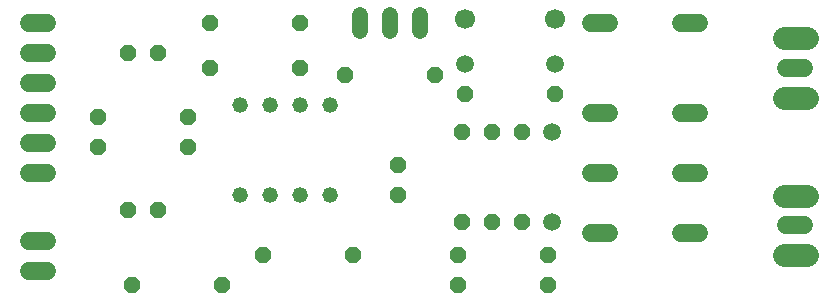
<source format=gbr>
G04 EAGLE Gerber RS-274X export*
G75*
%MOMM*%
%FSLAX34Y34*%
%LPD*%
%INTop Copper*%
%IPPOS*%
%AMOC8*
5,1,8,0,0,1.08239X$1,22.5*%
G01*
%ADD10C,1.981200*%
%ADD11P,1.429621X8X202.500000*%
%ADD12P,1.429621X8X292.500000*%
%ADD13C,1.700000*%
%ADD14C,1.508000*%
%ADD15C,1.320800*%
%ADD16C,1.524000*%
%ADD17P,1.429621X8X22.500000*%
%ADD18P,1.429621X8X112.500000*%
%ADD19C,1.320800*%
%ADD20C,1.508000*%


D10*
X721106Y51054D02*
X701294Y51054D01*
X701294Y101092D02*
X721106Y101092D01*
D11*
X171450Y88900D03*
X146050Y88900D03*
X171450Y222250D03*
X146050Y222250D03*
D12*
X374650Y127000D03*
X374650Y101600D03*
D13*
X431800Y250825D03*
X508000Y250825D03*
D14*
X508000Y212725D03*
X431800Y212725D03*
X504825Y155575D03*
X504825Y79375D03*
D10*
X701294Y184404D02*
X721106Y184404D01*
X721106Y234442D02*
X701294Y234442D01*
D15*
X317500Y177800D03*
X292100Y177800D03*
X292100Y101600D03*
X317500Y101600D03*
X266700Y177800D03*
X241300Y177800D03*
X266700Y101600D03*
X241300Y101600D03*
D16*
X538480Y247650D02*
X553720Y247650D01*
X553720Y171450D02*
X538480Y171450D01*
X538480Y120650D02*
X553720Y120650D01*
X553720Y69850D02*
X538480Y69850D01*
X614680Y69850D02*
X629920Y69850D01*
X629920Y120650D02*
X614680Y120650D01*
X614680Y171450D02*
X629920Y171450D01*
X629920Y247650D02*
X614680Y247650D01*
D11*
X196850Y168275D03*
X120650Y168275D03*
D17*
X149225Y25400D03*
X225425Y25400D03*
X425450Y25400D03*
X501650Y25400D03*
D11*
X406400Y203200D03*
X330200Y203200D03*
D18*
X454025Y79375D03*
X454025Y155575D03*
D11*
X196850Y142875D03*
X120650Y142875D03*
D12*
X428625Y155575D03*
X428625Y79375D03*
D11*
X292100Y247650D03*
X215900Y247650D03*
X508000Y187325D03*
X431800Y187325D03*
D12*
X479425Y155575D03*
X479425Y79375D03*
D11*
X292100Y209550D03*
X215900Y209550D03*
D17*
X260350Y50800D03*
X336550Y50800D03*
X425450Y50800D03*
X501650Y50800D03*
D19*
X393700Y241046D02*
X393700Y254254D01*
X342900Y254254D02*
X342900Y241046D01*
X368300Y241046D02*
X368300Y254254D01*
D20*
X703660Y101748D02*
X718740Y101748D01*
X718740Y76334D02*
X703660Y76334D01*
X703660Y235098D02*
X718740Y235098D01*
X718740Y209684D02*
X703660Y209684D01*
X77390Y120502D02*
X62310Y120502D01*
X62310Y145916D02*
X77390Y145916D01*
X77390Y171316D02*
X62310Y171316D01*
X62310Y196716D02*
X77390Y196716D01*
X77390Y222116D02*
X62310Y222116D01*
X62310Y247516D02*
X77390Y247516D01*
X77390Y37952D02*
X62310Y37952D01*
X62310Y63366D02*
X77390Y63366D01*
M02*

</source>
